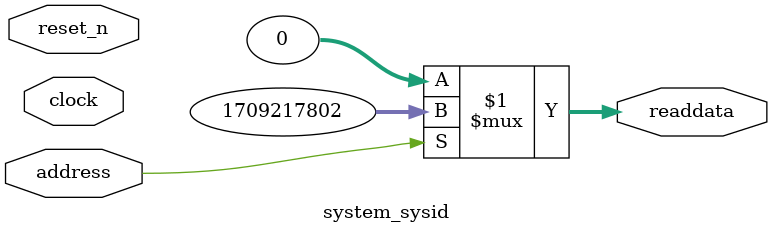
<source format=v>



// synthesis translate_off
`timescale 1ns / 1ps
// synthesis translate_on

// turn off superfluous verilog processor warnings 
// altera message_level Level1 
// altera message_off 10034 10035 10036 10037 10230 10240 10030 

module system_sysid (
               // inputs:
                address,
                clock,
                reset_n,

               // outputs:
                readdata
             )
;

  output  [ 31: 0] readdata;
  input            address;
  input            clock;
  input            reset_n;

  wire    [ 31: 0] readdata;
  //control_slave, which is an e_avalon_slave
  assign readdata = address ? 1709217802 : 0;

endmodule



</source>
